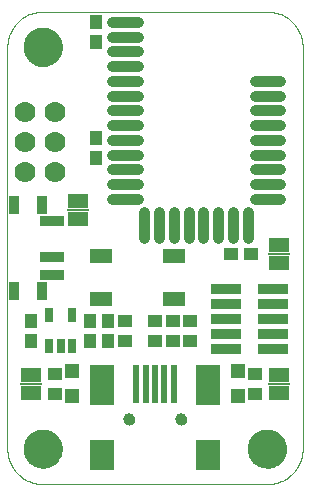
<source format=gts>
G75*
G70*
%OFA0B0*%
%FSLAX24Y24*%
%IPPOS*%
%LPD*%
%AMOC8*
5,1,8,0,0,1.08239X$1,22.5*
%
%ADD10C,0.0000*%
%ADD11C,0.1300*%
%ADD12C,0.0375*%
%ADD13R,0.0670X0.0500*%
%ADD14R,0.0720X0.0060*%
%ADD15R,0.0512X0.0512*%
%ADD16R,0.0827X0.1024*%
%ADD17R,0.0827X0.1339*%
%ADD18R,0.0237X0.1260*%
%ADD19C,0.0394*%
%ADD20R,0.0749X0.0473*%
%ADD21R,0.0985X0.0339*%
%ADD22R,0.0257X0.0512*%
%ADD23R,0.0434X0.0473*%
%ADD24R,0.0473X0.0434*%
%ADD25C,0.0700*%
%ADD26R,0.0355X0.0591*%
%ADD27R,0.0827X0.0355*%
D10*
X002428Y001468D02*
X002428Y014853D01*
X002979Y014853D02*
X002981Y014903D01*
X002987Y014953D01*
X002997Y015002D01*
X003011Y015050D01*
X003028Y015097D01*
X003049Y015142D01*
X003074Y015186D01*
X003102Y015227D01*
X003134Y015266D01*
X003168Y015303D01*
X003205Y015337D01*
X003245Y015367D01*
X003287Y015394D01*
X003331Y015418D01*
X003377Y015439D01*
X003424Y015455D01*
X003472Y015468D01*
X003522Y015477D01*
X003571Y015482D01*
X003622Y015483D01*
X003672Y015480D01*
X003721Y015473D01*
X003770Y015462D01*
X003818Y015447D01*
X003864Y015429D01*
X003909Y015407D01*
X003952Y015381D01*
X003993Y015352D01*
X004032Y015320D01*
X004068Y015285D01*
X004100Y015247D01*
X004130Y015207D01*
X004157Y015164D01*
X004180Y015120D01*
X004199Y015074D01*
X004215Y015026D01*
X004227Y014977D01*
X004235Y014928D01*
X004239Y014878D01*
X004239Y014828D01*
X004235Y014778D01*
X004227Y014729D01*
X004215Y014680D01*
X004199Y014632D01*
X004180Y014586D01*
X004157Y014542D01*
X004130Y014499D01*
X004100Y014459D01*
X004068Y014421D01*
X004032Y014386D01*
X003993Y014354D01*
X003952Y014325D01*
X003909Y014299D01*
X003864Y014277D01*
X003818Y014259D01*
X003770Y014244D01*
X003721Y014233D01*
X003672Y014226D01*
X003622Y014223D01*
X003571Y014224D01*
X003522Y014229D01*
X003472Y014238D01*
X003424Y014251D01*
X003377Y014267D01*
X003331Y014288D01*
X003287Y014312D01*
X003245Y014339D01*
X003205Y014369D01*
X003168Y014403D01*
X003134Y014440D01*
X003102Y014479D01*
X003074Y014520D01*
X003049Y014564D01*
X003028Y014609D01*
X003011Y014656D01*
X002997Y014704D01*
X002987Y014753D01*
X002981Y014803D01*
X002979Y014853D01*
X002428Y014853D02*
X002430Y014919D01*
X002435Y014985D01*
X002445Y015051D01*
X002458Y015116D01*
X002474Y015180D01*
X002494Y015243D01*
X002518Y015305D01*
X002545Y015365D01*
X002575Y015424D01*
X002609Y015481D01*
X002646Y015536D01*
X002686Y015589D01*
X002728Y015640D01*
X002774Y015688D01*
X002822Y015734D01*
X002873Y015776D01*
X002926Y015816D01*
X002981Y015853D01*
X003038Y015887D01*
X003097Y015917D01*
X003157Y015944D01*
X003219Y015968D01*
X003282Y015988D01*
X003346Y016004D01*
X003411Y016017D01*
X003477Y016027D01*
X003543Y016032D01*
X003609Y016034D01*
X011089Y016034D01*
X011155Y016032D01*
X011221Y016027D01*
X011287Y016017D01*
X011352Y016004D01*
X011416Y015988D01*
X011479Y015968D01*
X011541Y015944D01*
X011601Y015917D01*
X011660Y015887D01*
X011717Y015853D01*
X011772Y015816D01*
X011825Y015776D01*
X011876Y015734D01*
X011924Y015688D01*
X011970Y015640D01*
X012012Y015589D01*
X012052Y015536D01*
X012089Y015481D01*
X012123Y015424D01*
X012153Y015365D01*
X012180Y015305D01*
X012204Y015243D01*
X012224Y015180D01*
X012240Y015116D01*
X012253Y015051D01*
X012263Y014985D01*
X012268Y014919D01*
X012270Y014853D01*
X012271Y014853D02*
X012271Y001468D01*
X010459Y001468D02*
X010461Y001518D01*
X010467Y001568D01*
X010477Y001617D01*
X010491Y001665D01*
X010508Y001712D01*
X010529Y001757D01*
X010554Y001801D01*
X010582Y001842D01*
X010614Y001881D01*
X010648Y001918D01*
X010685Y001952D01*
X010725Y001982D01*
X010767Y002009D01*
X010811Y002033D01*
X010857Y002054D01*
X010904Y002070D01*
X010952Y002083D01*
X011002Y002092D01*
X011051Y002097D01*
X011102Y002098D01*
X011152Y002095D01*
X011201Y002088D01*
X011250Y002077D01*
X011298Y002062D01*
X011344Y002044D01*
X011389Y002022D01*
X011432Y001996D01*
X011473Y001967D01*
X011512Y001935D01*
X011548Y001900D01*
X011580Y001862D01*
X011610Y001822D01*
X011637Y001779D01*
X011660Y001735D01*
X011679Y001689D01*
X011695Y001641D01*
X011707Y001592D01*
X011715Y001543D01*
X011719Y001493D01*
X011719Y001443D01*
X011715Y001393D01*
X011707Y001344D01*
X011695Y001295D01*
X011679Y001247D01*
X011660Y001201D01*
X011637Y001157D01*
X011610Y001114D01*
X011580Y001074D01*
X011548Y001036D01*
X011512Y001001D01*
X011473Y000969D01*
X011432Y000940D01*
X011389Y000914D01*
X011344Y000892D01*
X011298Y000874D01*
X011250Y000859D01*
X011201Y000848D01*
X011152Y000841D01*
X011102Y000838D01*
X011051Y000839D01*
X011002Y000844D01*
X010952Y000853D01*
X010904Y000866D01*
X010857Y000882D01*
X010811Y000903D01*
X010767Y000927D01*
X010725Y000954D01*
X010685Y000984D01*
X010648Y001018D01*
X010614Y001055D01*
X010582Y001094D01*
X010554Y001135D01*
X010529Y001179D01*
X010508Y001224D01*
X010491Y001271D01*
X010477Y001319D01*
X010467Y001368D01*
X010461Y001418D01*
X010459Y001468D01*
X011089Y000287D02*
X011155Y000289D01*
X011221Y000294D01*
X011287Y000304D01*
X011352Y000317D01*
X011416Y000333D01*
X011479Y000353D01*
X011541Y000377D01*
X011601Y000404D01*
X011660Y000434D01*
X011717Y000468D01*
X011772Y000505D01*
X011825Y000545D01*
X011876Y000587D01*
X011924Y000633D01*
X011970Y000681D01*
X012012Y000732D01*
X012052Y000785D01*
X012089Y000840D01*
X012123Y000897D01*
X012153Y000956D01*
X012180Y001016D01*
X012204Y001078D01*
X012224Y001141D01*
X012240Y001205D01*
X012253Y001270D01*
X012263Y001336D01*
X012268Y001402D01*
X012270Y001468D01*
X011089Y000286D02*
X003609Y000286D01*
X002979Y001468D02*
X002981Y001518D01*
X002987Y001568D01*
X002997Y001617D01*
X003011Y001665D01*
X003028Y001712D01*
X003049Y001757D01*
X003074Y001801D01*
X003102Y001842D01*
X003134Y001881D01*
X003168Y001918D01*
X003205Y001952D01*
X003245Y001982D01*
X003287Y002009D01*
X003331Y002033D01*
X003377Y002054D01*
X003424Y002070D01*
X003472Y002083D01*
X003522Y002092D01*
X003571Y002097D01*
X003622Y002098D01*
X003672Y002095D01*
X003721Y002088D01*
X003770Y002077D01*
X003818Y002062D01*
X003864Y002044D01*
X003909Y002022D01*
X003952Y001996D01*
X003993Y001967D01*
X004032Y001935D01*
X004068Y001900D01*
X004100Y001862D01*
X004130Y001822D01*
X004157Y001779D01*
X004180Y001735D01*
X004199Y001689D01*
X004215Y001641D01*
X004227Y001592D01*
X004235Y001543D01*
X004239Y001493D01*
X004239Y001443D01*
X004235Y001393D01*
X004227Y001344D01*
X004215Y001295D01*
X004199Y001247D01*
X004180Y001201D01*
X004157Y001157D01*
X004130Y001114D01*
X004100Y001074D01*
X004068Y001036D01*
X004032Y001001D01*
X003993Y000969D01*
X003952Y000940D01*
X003909Y000914D01*
X003864Y000892D01*
X003818Y000874D01*
X003770Y000859D01*
X003721Y000848D01*
X003672Y000841D01*
X003622Y000838D01*
X003571Y000839D01*
X003522Y000844D01*
X003472Y000853D01*
X003424Y000866D01*
X003377Y000882D01*
X003331Y000903D01*
X003287Y000927D01*
X003245Y000954D01*
X003205Y000984D01*
X003168Y001018D01*
X003134Y001055D01*
X003102Y001094D01*
X003074Y001135D01*
X003049Y001179D01*
X003028Y001224D01*
X003011Y001271D01*
X002997Y001319D01*
X002987Y001368D01*
X002981Y001418D01*
X002979Y001468D01*
X002428Y001468D02*
X002430Y001402D01*
X002435Y001336D01*
X002445Y001270D01*
X002458Y001205D01*
X002474Y001141D01*
X002494Y001078D01*
X002518Y001016D01*
X002545Y000956D01*
X002575Y000897D01*
X002609Y000840D01*
X002646Y000785D01*
X002686Y000732D01*
X002728Y000681D01*
X002774Y000633D01*
X002822Y000587D01*
X002873Y000545D01*
X002926Y000505D01*
X002981Y000468D01*
X003038Y000434D01*
X003097Y000404D01*
X003157Y000377D01*
X003219Y000353D01*
X003282Y000333D01*
X003346Y000317D01*
X003411Y000304D01*
X003477Y000294D01*
X003543Y000289D01*
X003609Y000287D01*
X006306Y002452D02*
X006308Y002478D01*
X006314Y002504D01*
X006324Y002529D01*
X006337Y002552D01*
X006353Y002572D01*
X006373Y002590D01*
X006395Y002605D01*
X006418Y002617D01*
X006444Y002625D01*
X006470Y002629D01*
X006496Y002629D01*
X006522Y002625D01*
X006548Y002617D01*
X006572Y002605D01*
X006593Y002590D01*
X006613Y002572D01*
X006629Y002552D01*
X006642Y002529D01*
X006652Y002504D01*
X006658Y002478D01*
X006660Y002452D01*
X006658Y002426D01*
X006652Y002400D01*
X006642Y002375D01*
X006629Y002352D01*
X006613Y002332D01*
X006593Y002314D01*
X006571Y002299D01*
X006548Y002287D01*
X006522Y002279D01*
X006496Y002275D01*
X006470Y002275D01*
X006444Y002279D01*
X006418Y002287D01*
X006394Y002299D01*
X006373Y002314D01*
X006353Y002332D01*
X006337Y002352D01*
X006324Y002375D01*
X006314Y002400D01*
X006308Y002426D01*
X006306Y002452D01*
X008038Y002452D02*
X008040Y002478D01*
X008046Y002504D01*
X008056Y002529D01*
X008069Y002552D01*
X008085Y002572D01*
X008105Y002590D01*
X008127Y002605D01*
X008150Y002617D01*
X008176Y002625D01*
X008202Y002629D01*
X008228Y002629D01*
X008254Y002625D01*
X008280Y002617D01*
X008304Y002605D01*
X008325Y002590D01*
X008345Y002572D01*
X008361Y002552D01*
X008374Y002529D01*
X008384Y002504D01*
X008390Y002478D01*
X008392Y002452D01*
X008390Y002426D01*
X008384Y002400D01*
X008374Y002375D01*
X008361Y002352D01*
X008345Y002332D01*
X008325Y002314D01*
X008303Y002299D01*
X008280Y002287D01*
X008254Y002279D01*
X008228Y002275D01*
X008202Y002275D01*
X008176Y002279D01*
X008150Y002287D01*
X008126Y002299D01*
X008105Y002314D01*
X008085Y002332D01*
X008069Y002352D01*
X008056Y002375D01*
X008046Y002400D01*
X008040Y002426D01*
X008038Y002452D01*
D11*
X011089Y001468D03*
X003609Y001468D03*
X003609Y014853D03*
D12*
X006768Y014716D02*
X006768Y014716D01*
X005922Y014716D01*
X005922Y014716D01*
X006768Y014716D01*
X006768Y015208D02*
X006768Y015208D01*
X005922Y015208D01*
X005922Y015208D01*
X006768Y015208D01*
X006768Y015700D02*
X006768Y015700D01*
X005922Y015700D01*
X005922Y015700D01*
X006768Y015700D01*
X006768Y014223D02*
X006768Y014223D01*
X005922Y014223D01*
X005922Y014223D01*
X006768Y014223D01*
X006768Y013731D02*
X006768Y013731D01*
X005922Y013731D01*
X005922Y013731D01*
X006768Y013731D01*
X006768Y013239D02*
X006768Y013239D01*
X005922Y013239D01*
X005922Y013239D01*
X006768Y013239D01*
X006768Y012747D02*
X006768Y012747D01*
X005922Y012747D01*
X005922Y012747D01*
X006768Y012747D01*
X006768Y012255D02*
X006768Y012255D01*
X005922Y012255D01*
X005922Y012255D01*
X006768Y012255D01*
X006768Y011763D02*
X006768Y011763D01*
X005922Y011763D01*
X005922Y011763D01*
X006768Y011763D01*
X006768Y011271D02*
X006768Y011271D01*
X005922Y011271D01*
X005922Y011271D01*
X006768Y011271D01*
X006768Y010779D02*
X006768Y010779D01*
X005922Y010779D01*
X005922Y010779D01*
X006768Y010779D01*
X006768Y010286D02*
X006768Y010286D01*
X005922Y010286D01*
X005922Y010286D01*
X006768Y010286D01*
X006768Y009794D02*
X006768Y009794D01*
X005922Y009794D01*
X005922Y009794D01*
X006768Y009794D01*
X006995Y009351D02*
X006995Y009351D01*
X006995Y008505D01*
X006995Y008505D01*
X006995Y009351D01*
X006995Y008879D02*
X006995Y008879D01*
X006995Y009253D02*
X006995Y009253D01*
X007487Y009351D02*
X007487Y009351D01*
X007487Y008505D01*
X007487Y008505D01*
X007487Y009351D01*
X007487Y008879D02*
X007487Y008879D01*
X007487Y009253D02*
X007487Y009253D01*
X007979Y009351D02*
X007979Y009351D01*
X007979Y008505D01*
X007979Y008505D01*
X007979Y009351D01*
X007979Y008879D02*
X007979Y008879D01*
X007979Y009253D02*
X007979Y009253D01*
X008471Y009351D02*
X008471Y009351D01*
X008471Y008505D01*
X008471Y008505D01*
X008471Y009351D01*
X008471Y008879D02*
X008471Y008879D01*
X008471Y009253D02*
X008471Y009253D01*
X008964Y009351D02*
X008964Y009351D01*
X008964Y008505D01*
X008964Y008505D01*
X008964Y009351D01*
X008964Y008879D02*
X008964Y008879D01*
X008964Y009253D02*
X008964Y009253D01*
X009456Y009351D02*
X009456Y009351D01*
X009456Y008505D01*
X009456Y008505D01*
X009456Y009351D01*
X009456Y008879D02*
X009456Y008879D01*
X009456Y009253D02*
X009456Y009253D01*
X009948Y009351D02*
X009948Y009351D01*
X009948Y008505D01*
X009948Y008505D01*
X009948Y009351D01*
X009948Y008879D02*
X009948Y008879D01*
X009948Y009253D02*
X009948Y009253D01*
X010440Y009351D02*
X010440Y009351D01*
X010440Y008505D01*
X010440Y008505D01*
X010440Y009351D01*
X010440Y008879D02*
X010440Y008879D01*
X010440Y009253D02*
X010440Y009253D01*
X011512Y009794D02*
X011512Y009794D01*
X010666Y009794D01*
X010666Y009794D01*
X011512Y009794D01*
X011512Y010286D02*
X011512Y010286D01*
X010666Y010286D01*
X010666Y010286D01*
X011512Y010286D01*
X011512Y010779D02*
X011512Y010779D01*
X010666Y010779D01*
X010666Y010779D01*
X011512Y010779D01*
X011512Y011271D02*
X011512Y011271D01*
X010666Y011271D01*
X010666Y011271D01*
X011512Y011271D01*
X011512Y011763D02*
X011512Y011763D01*
X010666Y011763D01*
X010666Y011763D01*
X011512Y011763D01*
X011512Y012255D02*
X011512Y012255D01*
X010666Y012255D01*
X010666Y012255D01*
X011512Y012255D01*
X011512Y012747D02*
X011512Y012747D01*
X010666Y012747D01*
X010666Y012747D01*
X011512Y012747D01*
X011512Y013239D02*
X011512Y013239D01*
X010666Y013239D01*
X010666Y013239D01*
X011512Y013239D01*
X011512Y013731D02*
X011512Y013731D01*
X010666Y013731D01*
X010666Y013731D01*
X011512Y013731D01*
D13*
X011483Y008264D03*
X011483Y007664D03*
X011483Y003933D03*
X011483Y003333D03*
X004790Y009140D03*
X004790Y009740D03*
X003215Y003933D03*
X003215Y003333D03*
D14*
X003215Y003633D03*
X004790Y009440D03*
X011483Y007964D03*
X011483Y003633D03*
D15*
X010105Y004046D03*
X010105Y003220D03*
X004593Y003220D03*
X004593Y004046D03*
D16*
X005597Y001271D03*
X009101Y001271D03*
D17*
X009101Y003594D03*
X005597Y003594D03*
D18*
X006719Y003633D03*
X007034Y003633D03*
X007349Y003633D03*
X007664Y003633D03*
X007979Y003633D03*
D19*
X008215Y002452D03*
X006483Y002452D03*
D20*
X005538Y006448D03*
X005538Y007905D03*
X007979Y007905D03*
X007979Y006448D03*
D21*
X009731Y006298D03*
X009731Y005798D03*
X009731Y005298D03*
X009731Y004798D03*
X011267Y004798D03*
X011267Y005298D03*
X011267Y005798D03*
X011267Y006298D03*
X011267Y006798D03*
X009731Y006798D03*
D22*
X004574Y005916D03*
X003826Y005916D03*
X003826Y004893D03*
X004200Y004893D03*
X004574Y004893D03*
D23*
X005184Y005070D03*
X005775Y005070D03*
X005775Y005739D03*
X005184Y005739D03*
X003215Y005739D03*
X003215Y005070D03*
X005381Y011172D03*
X005381Y011842D03*
X005381Y015011D03*
X005381Y015680D03*
D24*
X009869Y007964D03*
X010538Y007964D03*
X008530Y005739D03*
X007940Y005739D03*
X007940Y005070D03*
X008530Y005070D03*
X007349Y005070D03*
X007349Y005739D03*
X006365Y005739D03*
X006365Y005070D03*
X004003Y003968D03*
X004003Y003298D03*
X010696Y003298D03*
X010696Y003968D03*
D25*
X004003Y010704D03*
X004003Y011704D03*
X004003Y012704D03*
X003019Y012704D03*
X003019Y011704D03*
X003019Y010704D03*
D26*
X002664Y009597D03*
X003570Y009597D03*
X003570Y006723D03*
X002664Y006723D03*
D27*
X003904Y007275D03*
X003904Y007865D03*
X003904Y009046D03*
M02*

</source>
